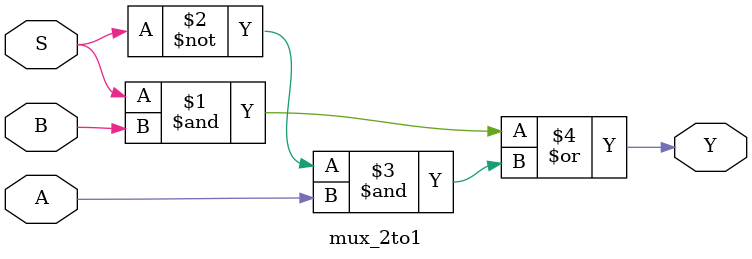
<source format=v>
module mux_2to1(A,B,S,Y);
input A,B,S;
output Y;
assign Y=(S&B)|(~S&A);
endmodule

</source>
